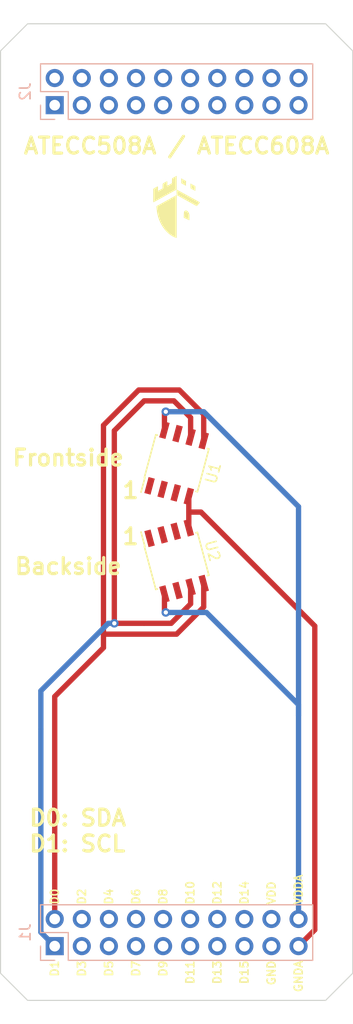
<source format=kicad_pcb>
(kicad_pcb (version 20220427) (generator pcbnew)
  (title_block (title "ATECC508A daughterboard") (date "2019-10-25") (company "LEDGER SAS") (comment 1 "Under LGPL v3 license"))
  (layers (0 "F.Cu" signal) (31 "B.Cu" signal) (34 "B.Paste" user) (35 "F.Paste" user) (36 "B.SilkS" user "B.Silkscreen") (37 "F.SilkS" user "F.Silkscreen") (38 "B.Mask" user) (39 "F.Mask" user) (44 "Edge.Cuts" user))
  (net 0 "")
  (net 1 "GNDA")
  (net 2 "Net-(U1-Pad1)")
  (net 3 "Net-(U1-Pad2)")
  (net 4 "Net-(U1-Pad3)")
  (net 5 "Net-(J1-Pad5)")
  (net 6 "Net-(J1-Pad6)")
  (net 7 "Net-(J1-Pad9)")
  (net 8 "Net-(J1-Pad10)")
  (net 9 "Net-(J1-Pad11)")
  (net 10 "Net-(J1-Pad12)")
  (net 11 "Net-(J1-Pad13)")
  (net 12 "Net-(J1-Pad14)")
  (net 13 "Net-(J1-Pad15)")
  (net 14 "Net-(J1-Pad16)")
  (net 15 "Net-(J1-Pad18)")
  (net 16 "GND")
  (net 17 "Net-(J2-Pad18)")
  (net 18 "Net-(J2-Pad16)")
  (net 19 "Net-(J2-Pad15)")
  (net 20 "Net-(J2-Pad14)")
  (net 21 "Net-(J2-Pad13)")
  (net 22 "Net-(J2-Pad12)")
  (net 23 "Net-(J2-Pad11)")
  (net 24 "Net-(J2-Pad10)")
  (net 25 "Net-(J2-Pad9)")
  (net 26 "Net-(J2-Pad6)")
  (net 27 "Net-(J2-Pad5)")
  (net 28 "Net-(J2-Pad17)")
  (net 29 "Net-(J2-Pad8)")
  (net 30 "Net-(J2-Pad7)")
  (net 31 "Net-(J2-Pad4)")
  (net 32 "Net-(J2-Pad3)")
  (net 33 "Net-(J2-Pad2)")
  (net 34 "Net-(J2-Pad1)")
  (net 35 "Net-(J2-Pad20)")
  (net 36 "Net-(J2-Pad19)")
  (net 37 "VDDA")
  (net 38 "Net-(U2-Pad7)")
  (net 39 "/D1")
  (net 40 "/D0")
  (net 41 "Net-(U2-Pad3)")
  (net 42 "Net-(U2-Pad2)")
  (net 43 "Net-(U2-Pad1)")
  (net 44 "Net-(U1-Pad7)")
  (net 45 "Net-(J1-Pad3)")
  (net 46 "Net-(J1-Pad4)")
  (net 47 "Net-(J1-Pad7)")
  (net 48 "Net-(J1-Pad8)")
  (footprint "mykicadlibs:donjon-2000" (layer "F.Cu") (at 62.23 85.725)
    (fp_text reference "LOGO1" hide)
    (fp_text value "DUNGEON_LOGO" hide)
    (fp_poly (pts (xy 0.439282 -2.661099) (xy 0.470744 -2.644605) (xy 0.517646 -2.619335) (xy 0.576626 -2.587105) (xy 0.644322 -2.549731) (xy 0.666852 -2.537218) (xy 0.75421 -2.4878) (xy 0.81934 -2.449048) (xy 0.862875 -2.420552) (xy 0.885445 -2.401904) (xy 0.888579 -2.393444) (xy 0.884372 -2.376466) (xy 0.88038 -2.3388) (xy 0.876937 -2.285159) (xy 0.874379 -2.220255) (xy 0.873459 -2.180815) (xy 0.86995 -1.982176) (xy 0.4445 -2.215898) (xy 0.4445 -2.408873) (xy 0.443702 -2.478923) (xy 0.441508 -2.542167) (xy 0.438212 -2.593204) (xy 0.434113 -2.626637) (xy 0.432114 -2.634424) (xy 0.425303 -2.657968) (xy 0.42662 -2.667) (xy 0.439282 -2.661099)) (stroke (width 0.01)) (fill solid) (layer "F.SilkS"))
    (fp_poly (pts (xy 0.914236 0.344237) (xy 0.974478 0.371905) (xy 1.033178 0.418017) (xy 1.087583 0.481291) (xy 1.134943 0.560447) (xy 1.136688 0.564) (xy 1.159039 0.614309) (xy 1.175684 0.664025) (xy 1.187193 0.717688) (xy 1.194133 0.77984) (xy 1.197076 0.855022) (xy 1.19659 0.947775) (xy 1.194525 1.02529) (xy 1.18745 1.24413) (xy 0.6708 1.00965) (xy 0.676716 0.762) (xy 0.679784 0.662088) (xy 0.68414 0.583805) (xy 0.690533 0.523388) (xy 0.69971 0.47707) (xy 0.712422 0.441087) (xy 0.729417 0.411674) (xy 0.751444 0.385067) (xy 0.751773 0.384716) (xy 0.800132 0.349361) (xy 0.855204 0.336296) (xy 0.914236 0.344237)) (stroke (width 0.01)) (fill solid) (layer "F.SilkS"))
    (fp_poly (pts (xy 1.314163 -2.17854) (xy 1.344017 -2.162137) (xy 1.38941 -2.13705) (xy 1.447017 -2.105117) (xy 1.513514 -2.068176) (xy 1.529763 -2.059139) (xy 1.754929 -1.933877) (xy 1.753207 -1.719915) (xy 1.752455 -1.649106) (xy 1.751459 -1.5878) (xy 1.750315 -1.540225) (xy 1.74912 -1.510605) (xy 1.748236 -1.502703) (xy 1.73665 -1.507503) (xy 1.706291 -1.522795) (xy 1.660605 -1.546768) (xy 1.603042 -1.577609) (xy 1.537048 -1.613508) (xy 1.529718 -1.617525) (xy 1.31445 -1.735596) (xy 1.3081 -1.960018) (xy 1.30613 -2.032319) (xy 1.30457 -2.094935) (xy 1.303508 -2.143823) (xy 1.303033 -2.174943) (xy 1.303173 -2.18442) (xy 1.314163 -2.17854)) (stroke (width 0.01)) (fill solid) (layer "F.SilkS"))
    (fp_poly (pts (xy 0 0.894903) (xy 0 2.8956) (xy -0.034925 2.895367) (xy -0.062166 2.890507) (xy -0.105083 2.877722) (xy -0.15613 2.859371) (xy -0.1778 2.850727) (xy -0.358814 2.763797) (xy -0.538665 2.652773) (xy -0.71551 2.518949) (xy -0.887504 2.363621) (xy -0.926266 2.324906) (xy -1.112391 2.117539) (xy -1.279996 1.893433) (xy -1.42843 1.653902) (xy -1.557039 1.400262) (xy -1.665169 1.133827) (xy -1.752167 0.855914) (xy -1.817381 0.567836) (xy -1.827553 0.510293) (xy -1.835444 0.45773) (xy -1.8437 0.392725) (xy -1.85195 0.319507) (xy -1.859819 0.242307) (xy -1.866935 0.165353) (xy -1.872926 0.092876) (xy -1.877417 0.029106) (xy -1.880037 -0.021728) (xy -1.880412 -0.055395) (xy -1.878502 -0.067538) (xy -1.866767 -0.074213) (xy -1.834801 -0.092064) (xy -1.784605 -0.119984) (xy -1.71818 -0.156866) (xy -1.637528 -0.201602) (xy -1.544649 -0.253086) (xy -1.441545 -0.31021) (xy -1.330217 -0.371867) (xy -1.212667 -0.43695) (xy -1.090894 -0.504351) (xy -0.966902 -0.572963) (xy -0.842689 -0.64168) (xy -0.720259 -0.709393) (xy -0.601612 -0.774996) (xy -0.488749 -0.837381) (xy -0.383672 -0.895441) (xy -0.288382 -0.948069) (xy -0.204879 -0.994158) (xy -0.135165 -1.0326) (xy -0.081241 -1.062289) (xy -0.045109 -1.082116) (xy -0.02877 -1.090975) (xy -0.028575 -1.091076) (xy -0.000001 -1.105794) (xy 0 0.894903)) (stroke (width 0.01)) (fill solid) (layer "F.SilkS"))
    (fp_poly (pts (xy 0.02577 -1.606927) (xy 0.058501 -1.589693) (xy 0.109714 -1.562228) (xy 0.177538 -1.52556) (xy 0.260097 -1.480717) (xy 0.35552 -1.42873) (xy 0.461933 -1.370626) (xy 0.577463 -1.307435) (xy 0.700237 -1.240185) (xy 0.828381 -1.169906) (xy 0.960023 -1.097625) (xy 1.093289 -1.024373) (xy 1.226306 -0.951178) (xy 1.357202 -0.879068) (xy 1.484102 -0.809073) (xy 1.605134 -0.742222) (xy 1.718424 -0.679543) (xy 1.822099 -0.622065) (xy 1.914287 -0.570817) (xy 1.993114 -0.526828) (xy 2.056707 -0.491127) (xy 2.08915 -0.472759) (xy 2.129821 -0.44804) (xy 2.159448 -0.426991) (xy 2.173081 -0.413236) (xy 2.173328 -0.411113) (xy 2.163354 -0.397256) (xy 2.140233 -0.368959) (xy 2.10728 -0.330006) (xy 2.067814 -0.28418) (xy 2.025151 -0.235263) (xy 1.982609 -0.187039) (xy 1.943504 -0.143292) (xy 1.911153 -0.107805) (xy 1.888875 -0.08436) (xy 1.880106 -0.07668) (xy 1.868218 -0.082779) (xy 1.835772 -0.100326) (xy 1.784401 -0.128416) (xy 1.715744 -0.166147) (xy 1.631434 -0.212615) (xy 1.533109 -0.266918) (xy 1.422405 -0.328152) (xy 1.300956 -0.395414) (xy 1.1704 -0.467801) (xy 1.032371 -0.544409) (xy 0.9398 -0.59583) (xy 0.00635 -1.1145) (xy 0.002906 -1.3637) (xy 0.002133 -1.458996) (xy 0.002828 -1.530238) (xy 0.005047 -1.578733) (xy 0.008844 -1.605787) (xy 0.013394 -1.6129) (xy 0.02577 -1.606927)) (stroke (width 0.01)) (fill solid) (layer "F.SilkS"))
    (fp_poly (pts (xy -0.003057 -2.268833) (xy -0.002598 -2.144146) (xy -0.002532 -2.027225) (xy -0.002833 -1.920516) (xy -0.003478 -1.826467) (xy -0.004443 -1.747524) (xy -0.005702 -1.686135) (xy -0.007234 -1.644747) (xy -0.009012 -1.625806) (xy -0.009407 -1.624916) (xy -0.021845 -1.61754) (xy -0.054681 -1.598963) (xy -0.106052 -1.570213) (xy -0.174092 -1.532317) (xy -0.256937 -1.486304) (xy -0.352724 -1.433201) (xy -0.459588 -1.374036) (xy -0.575665 -1.309837) (xy -0.699091 -1.241632) (xy -0.828001 -1.170448) (xy -0.960532 -1.097314) (xy -1.094818 -1.023257) (xy -1.228997 -0.949305) (xy -1.361203 -0.876486) (xy -1.489572 -0.805827) (xy -1.612241 -0.738358) (xy -1.727345 -0.675104) (xy -1.833019 -0.617095) (xy -1.9274 -0.565358) (xy -2.008624 -0.52092) (xy -2.074825 -0.484811) (xy -2.124141 -0.458057) (xy -2.154706 -0.441686) (xy -2.164444 -0.436741) (xy -2.169006 -0.436902) (xy -2.172823 -0.442532) (xy -2.175959 -0.45565) (xy -2.178481 -0.478273) (xy -2.180453 -0.512418) (xy -2.181941 -0.560103) (xy -2.183009 -0.623344) (xy -2.183724 -0.704159) (xy -2.184151 -0.804566) (xy -2.184354 -0.926581) (xy -2.1844 -1.053319) (xy -2.1844 -1.677555) (xy -2.155825 -1.705942) (xy -2.134545 -1.722182) (xy -2.096795 -1.746386) (xy -2.047346 -1.775922) (xy -1.990969 -1.808158) (xy -1.932435 -1.840461) (xy -1.876514 -1.870199) (xy -1.827978 -1.89474) (xy -1.791596 -1.911451) (xy -1.77214 -1.9177) (xy -1.772041 -1.917701) (xy -1.76476 -1.914598) (xy -1.759519 -1.903012) (xy -1.755999 -1.879525) (xy -1.753884 -1.840721) (xy -1.752857 -1.783181) (xy -1.7526 -1.70815) (xy -1.75215 -1.638412) (xy -1.750902 -1.578504) (xy -1.749015 -1.532611) (xy -1.746645 -1.504919) (xy -1.744729 -1.4986) (xy -1.731652 -1.504436) (xy -1.69991 -1.520686) (xy -1.653059 -1.545468) (xy -1.594659 -1.576898) (xy -1.528266 -1.613092) (xy -1.522827 -1.616075) (xy -1.308797 -1.73355) (xy -1.308449 -1.94345) (xy -1.307787 -2.027181) (xy -1.305933 -2.089043) (xy -1.302607 -2.132548) (xy -1.297527 -2.161211) (xy -1.290414 -2.178545) (xy -1.289577 -2.179795) (xy -1.271763 -2.195661) (xy -1.236939 -2.21936) (xy -1.189671 -2.2484) (xy -1.134523 -2.28029) (xy -1.076059 -2.312539) (xy -1.018844 -2.342656) (xy -0.967443 -2.368149) (xy -0.926421 -2.386528) (xy -0.90034 -2.395301) (xy -0.894534 -2.395395) (xy -0.887483 -2.388258) (xy -0.882436 -2.370838) (xy -0.879098 -2.339737) (xy -0.877176 -2.291557) (xy -0.876374 -2.222899) (xy -0.8763 -2.184799) (xy -0.87574 -2.116169) (xy -0.87419 -2.057477) (xy -0.87185 -2.012954) (xy -0.868917 -1.986833) (xy -0.866775 -1.981727) (xy -0.853198 -1.987825) (xy -0.821117 -2.004478) (xy -0.774142 -2.029745) (xy -0.715881 -2.061683) (xy -0.649945 -2.098351) (xy -0.6477 -2.099608) (xy -0.43815 -2.216963) (xy -0.4318 -2.435219) (xy -0.428988 -2.518102) (xy -0.425811 -2.579168) (xy -0.421866 -2.622001) (xy -0.416752 -2.650184) (xy -0.410067 -2.667301) (xy -0.405028 -2.673857) (xy -0.387438 -2.686628) (xy -0.351705 -2.709046) (xy -0.301998 -2.738619) (xy -0.242485 -2.772853) (xy -0.195478 -2.799224) (xy -0.00635 -2.904209) (xy -0.003057 -2.268833)) (stroke (width 0.01)) (fill solid) (layer "F.SilkS"))
  )
  (footprint "Package_SO:SOIC-8_3.9x4.9mm_P1.27mm" (layer "F.Cu") (at 62.23 109.728 75)
    (fp_text reference "U1" (at -0.000001 3.556 255) (layer "F.SilkS"))
    (fp_text value "ATECC508A")
    (fp_line (start -2.075 -2.575) (end -2.075 -2.525) (stroke (width 0.15)) (layer "F.SilkS"))
    (fp_line (start -2.075 -2.575) (end 2.075 -2.574999) (stroke (width 0.15)) (layer "F.SilkS"))
    (fp_line (start -2.075 -2.525) (end -3.475 -2.525) (stroke (width 0.15)) (layer "F.SilkS"))
    (fp_line (start -2.075 2.574999) (end -2.075 2.43) (stroke (width 0.15)) (layer "F.SilkS"))
    (fp_line (start -2.075 2.574999) (end 2.075 2.575) (stroke (width 0.15)) (layer "F.SilkS"))
    (fp_line (start 2.075 -2.574999) (end 2.075 -2.43) (stroke (width 0.15)) (layer "F.SilkS"))
    (fp_line (start 2.075 2.575) (end 2.075 2.43) (stroke (width 0.15)) (layer "F.SilkS"))
    (pad "1" smd rect locked (at -2.7 -1.905 75) (size 1.55 0.6) (layers "F.Cu" "F.Paste" "F.Mask") (net 2 "Net-(U1-Pad1)"))
    (pad "2" smd rect locked (at -2.7 -0.635 75) (size 1.55 0.6) (layers "F.Cu" "F.Paste" "F.Mask") (net 3 "Net-(U1-Pad2)"))
    (pad "3" smd rect locked (at -2.7 0.635 75) (size 1.55 0.6) (layers "F.Cu" "F.Paste" "F.Mask") (net 4 "Net-(U1-Pad3)"))
    (pad "4" smd rect locked (at -2.7 1.905 75) (size 1.55 0.6) (layers "F.Cu" "F.Paste" "F.Mask") (net 1 "GNDA"))
    (pad "5" smd rect locked (at 2.7 1.905 75) (size 1.55 0.6) (layers "F.Cu" "F.Paste" "F.Mask") (net 40 "/D0"))
    (pad "6" smd rect locked (at 2.7 0.635 75) (size 1.55 0.6) (layers "F.Cu" "F.Paste" "F.Mask") (net 39 "/D1"))
    (pad "7" smd rect locked (at 2.7 -0.635 75) (size 1.55 0.6) (layers "F.Cu" "F.Paste" "F.Mask") (net 44 "Net-(U1-Pad7)"))
    (pad "8" smd rect locked (at 2.7 -1.905 75) (size 1.55 0.6) (layers "F.Cu" "F.Paste" "F.Mask") (net 37 "VDDA"))
  )
  (footprint "mykicadlibs:FLIP-SOIC-8_3.9x4.9mm_P1.27mm" (layer "F.Cu") (at 62.23 118.872 105)
    (fp_text reference "U2" (at 0.048989 3.497349 285) (layer "F.SilkS"))
    (fp_text value "ATECC508A")
    (fp_line (start -2.075 -2.574999) (end -2.075 -2.525) (stroke (width 0.15)) (layer "F.SilkS"))
    (fp_line (start -2.075 -2.574999) (end -2.075 -2.43) (stroke (width 0.15)) (layer "F.SilkS"))
    (fp_line (start -2.075 -2.574999) (end 2.075 -2.575) (stroke (width 0.15)) (layer "F.SilkS"))
    (fp_line (start -2.075 2.575) (end -2.075 2.43) (stroke (width 0.15)) (layer "F.SilkS"))
    (fp_line (start -2.075 2.575) (end 2.075 2.574999) (stroke (width 0.15)) (layer "F.SilkS"))
    (fp_line (start 2.075 -2.525) (end 3.475 -2.525) (stroke (width 0.15)) (layer "F.SilkS"))
    (fp_line (start 2.075 2.574999) (end 2.075 2.43) (stroke (width 0.15)) (layer "F.SilkS"))
    (pad "1" smd rect locked (at 2.7 -1.905 105) (size 1.55 0.6) (layers "F.Cu" "F.Paste" "F.Mask") (net 43 "Net-(U2-Pad1)"))
    (pad "2" smd rect locked (at 2.7 -0.635 105) (size 1.55 0.6) (layers "F.Cu" "F.Paste" "F.Mask") (net 42 "Net-(U2-Pad2)"))
    (pad "3" smd rect locked (at 2.7 0.635 105) (size 1.55 0.6) (layers "F.Cu" "F.Paste" "F.Mask") (net 41 "Net-(U2-Pad3)"))
    (pad "4" smd rect locked (at 2.7 1.905 105) (size 1.55 0.6) (layers "F.Cu" "F.Paste" "F.Mask") (net 1 "GNDA"))
    (pad "5" smd rect locked (at -2.7 1.905 105) (size 1.55 0.6) (layers "F.Cu" "F.Paste" "F.Mask") (net 40 "/D0"))
    (pad "6" smd rect locked (at -2.7 0.635 105) (size 1.55 0.6) (layers "F.Cu" "F.Paste" "F.Mask") (net 39 "/D1"))
    (pad "7" smd rect locked (at -2.7 -0.635 105) (size 1.55 0.6) (layers "F.Cu" "F.Paste" "F.Mask") (net 38 "Net-(U2-Pad7)"))
    (pad "8" smd rect locked (at -2.7 -1.905 105) (size 1.55 0.6) (layers "F.Cu" "F.Paste" "F.Mask") (net 37 "VDDA"))
  )
  (footprint "Connector_PinSocket_2.54mm:PinSocket_2x10_P2.54mm_Vertical" (layer "B.Cu") (at 50.8 154.94 -90)
    (fp_text reference "J1" (at -1.27 2.77 270) (layer "B.SilkS") (effects (justify mirror)))
    (fp_text value "Conn_02x10_Odd_Even")
    (fp_line (start -3.87 -24.19) (end 1.33 -24.19) (stroke (width 0.12)) (layer "B.SilkS"))
    (fp_line (start -3.87 1.33) (end -3.87 -24.19) (stroke (width 0.12)) (layer "B.SilkS"))
    (fp_line (start -3.87 1.33) (end -1.27 1.33) (stroke (width 0.12)) (layer "B.SilkS"))
    (fp_line (start -1.27 -1.27) (end 1.33 -1.27) (stroke (width 0.12)) (layer "B.SilkS"))
    (fp_line (start -1.27 1.33) (end -1.27 -1.27) (stroke (width 0.12)) (layer "B.SilkS"))
    (fp_line (start 0 1.33) (end 1.33 1.33) (stroke (width 0.12)) (layer "B.SilkS"))
    (fp_line (start 1.33 -1.27) (end 1.33 -24.19) (stroke (width 0.12)) (layer "B.SilkS"))
    (fp_line (start 1.33 1.33) (end 1.33 0) (stroke (width 0.12)) (layer "B.SilkS"))
    (pad "1" thru_hole rect locked (at 0 0 270) (size 1.7 1.7) (drill 1) (layers *.Cu *.Mask) (net 39 "/D1"))
    (pad "2" thru_hole oval locked (at -2.54 0 270) (size 1.7 1.7) (drill 1) (layers *.Cu *.Mask) (net 40 "/D0"))
    (pad "3" thru_hole oval locked (at 0 -2.54 270) (size 1.7 1.7) (drill 1) (layers *.Cu *.Mask) (net 45 "Net-(J1-Pad3)"))
    (pad "4" thru_hole oval locked (at -2.54 -2.54 270) (size 1.7 1.7) (drill 1) (layers *.Cu *.Mask) (net 46 "Net-(J1-Pad4)"))
    (pad "5" thru_hole oval locked (at 0 -5.08 270) (size 1.7 1.7) (drill 1) (layers *.Cu *.Mask) (net 5 "Net-(J1-Pad5)"))
    (pad "6" thru_hole oval locked (at -2.54 -5.08 270) (size 1.7 1.7) (drill 1) (layers *.Cu *.Mask) (net 6 "Net-(J1-Pad6)"))
    (pad "7" thru_hole oval locked (at 0 -7.62 270) (size 1.7 1.7) (drill 1) (layers *.Cu *.Mask) (net 47 "Net-(J1-Pad7)"))
    (pad "8" thru_hole oval locked (at -2.54 -7.62 270) (size 1.7 1.7) (drill 1) (layers *.Cu *.Mask) (net 48 "Net-(J1-Pad8)"))
    (pad "9" thru_hole oval locked (at 0 -10.16 270) (size 1.7 1.7) (drill 1) (layers *.Cu *.Mask) (net 7 "Net-(J1-Pad9)"))
    (pad "10" thru_hole oval locked (at -2.54 -10.16 270) (size 1.7 1.7) (drill 1) (layers *.Cu *.Mask) (net 8 "Net-(J1-Pad10)"))
    (pad "11" thru_hole oval locked (at 0 -12.7 270) (size 1.7 1.7) (drill 1) (layers *.Cu *.Mask) (net 9 "Net-(J1-Pad11)"))
    (pad "12" thru_hole oval locked (at -2.54 -12.7 270) (size 1.7 1.7) (drill 1) (layers *.Cu *.Mask) (net 10 "Net-(J1-Pad12)"))
    (pad "13" thru_hole oval locked (at 0 -15.24 270) (size 1.7 1.7) (drill 1) (layers *.Cu *.Mask) (net 11 "Net-(J1-Pad13)"))
    (pad "14" thru_hole oval locked (at -2.54 -15.24 270) (size 1.7 1.7) (drill 1) (layers *.Cu *.Mask) (net 12 "Net-(J1-Pad14)"))
    (pad "15" thru_hole oval locked (at 0 -17.78 270) (size 1.7 1.7) (drill 1) (layers *.Cu *.Mask) (net 13 "Net-(J1-Pad15)"))
    (pad "16" thru_hole oval locked (at -2.54 -17.78 270) (size 1.7 1.7) (drill 1) (layers *.Cu *.Mask) (net 14 "Net-(J1-Pad16)"))
    (pad "17" thru_hole oval locked (at 0 -20.32 270) (size 1.7 1.7) (drill 1) (layers *.Cu *.Mask) (net 16 "GND"))
    (pad "18" thru_hole oval locked (at -2.54 -20.32 270) (size 1.7 1.7) (drill 1) (layers *.Cu *.Mask) (net 15 "Net-(J1-Pad18)"))
    (pad "19" thru_hole oval locked (at 0 -22.86 270) (size 1.7 1.7) (drill 1) (layers *.Cu *.Mask) (net 1 "GNDA"))
    (pad "20" thru_hole oval locked (at -2.54 -22.86 270) (size 1.7 1.7) (drill 1) (layers *.Cu *.Mask) (net 37 "VDDA"))
  )
  (footprint "Connector_PinSocket_2.54mm:PinSocket_2x10_P2.54mm_Vertical" (layer "B.Cu") (at 50.8 76.2 -90)
    (fp_text reference "J2" (at -1.27 2.77 270) (layer "B.SilkS") (effects (justify mirror)))
    (fp_text value "Conn_02x10_Odd_Even")
    (fp_line (start -3.87 -24.19) (end 1.33 -24.19) (stroke (width 0.12)) (layer "B.SilkS"))
    (fp_line (start -3.87 1.33) (end -3.87 -24.19) (stroke (width 0.12)) (layer "B.SilkS"))
    (fp_line (start -3.87 1.33) (end -1.27 1.33) (stroke (width 0.12)) (layer "B.SilkS"))
    (fp_line (start -1.27 -1.27) (end 1.33 -1.27) (stroke (width 0.12)) (layer "B.SilkS"))
    (fp_line (start -1.27 1.33) (end -1.27 -1.27) (stroke (width 0.12)) (layer "B.SilkS"))
    (fp_line (start 0 1.33) (end 1.33 1.33) (stroke (width 0.12)) (layer "B.SilkS"))
    (fp_line (start 1.33 -1.27) (end 1.33 -24.19) (stroke (width 0.12)) (layer "B.SilkS"))
    (fp_line (start 1.33 1.33) (end 1.33 0) (stroke (width 0.12)) (layer "B.SilkS"))
    (pad "1" thru_hole rect locked (at 0 0 270) (size 1.7 1.7) (drill 1) (layers *.Cu *.Mask) (net 34 "Net-(J2-Pad1)"))
    (pad "2" thru_hole oval locked (at -2.54 0 270) (size 1.7 1.7) (drill 1) (layers *.Cu *.Mask) (net 33 "Net-(J2-Pad2)"))
    (pad "3" thru_hole oval locked (at 0 -2.54 270) (size 1.7 1.7) (drill 1) (layers *.Cu *.Mask) (net 32 "Net-(J2-Pad3)"))
    (pad "4" thru_hole oval locked (at -2.54 -2.54 270) (size 1.7 1.7) (drill 1) (layers *.Cu *.Mask) (net 31 "Net-(J2-Pad4)"))
    (pad "5" thru_hole oval locked (at 0 -5.08 270) (size 1.7 1.7) (drill 1) (layers *.Cu *.Mask) (net 27 "Net-(J2-Pad5)"))
    (pad "6" thru_hole oval locked (at -2.54 -5.08 270) (size 1.7 1.7) (drill 1) (layers *.Cu *.Mask) (net 26 "Net-(J2-Pad6)"))
    (pad "7" thru_hole oval locked (at 0 -7.62 270) (size 1.7 1.7) (drill 1) (layers *.Cu *.Mask) (net 30 "Net-(J2-Pad7)"))
    (pad "8" thru_hole oval locked (at -2.54 -7.62 270) (size 1.7 1.7) (drill 1) (layers *.Cu *.Mask) (net 29 "Net-(J2-Pad8)"))
    (pad "9" thru_hole oval locked (at 0 -10.16 270) (size 1.7 1.7) (drill 1) (layers *.Cu *.Mask) (net 25 "Net-(J2-Pad9)"))
    (pad "10" thru_hole oval locked (at -2.54 -10.16 270) (size 1.7 1.7) (drill 1) (layers *.Cu *.Mask) (net 24 "Net-(J2-Pad10)"))
    (pad "11" thru_hole oval locked (at 0 -12.7 270) (size 1.7 1.7) (drill 1) (layers *.Cu *.Mask) (net 23 "Net-(J2-Pad11)"))
    (pad "12" thru_hole oval locked (at -2.54 -12.7 270) (size 1.7 1.7) (drill 1) (layers *.Cu *.Mask) (net 22 "Net-(J2-Pad12)"))
    (pad "13" thru_hole oval locked (at 0 -15.24 270) (size 1.7 1.7) (drill 1) (layers *.Cu *.Mask) (net 21 "Net-(J2-Pad13)"))
    (pad "14" thru_hole oval locked (at -2.54 -15.24 270) (size 1.7 1.7) (drill 1) (layers *.Cu *.Mask) (net 20 "Net-(J2-Pad14)"))
    (pad "15" thru_hole oval locked (at 0 -17.78 270) (size 1.7 1.7) (drill 1) (layers *.Cu *.Mask) (net 19 "Net-(J2-Pad15)"))
    (pad "16" thru_hole oval locked (at -2.54 -17.78 270) (size 1.7 1.7) (drill 1) (layers *.Cu *.Mask) (net 18 "Net-(J2-Pad16)"))
    (pad "17" thru_hole oval locked (at 0 -20.32 270) (size 1.7 1.7) (drill 1) (layers *.Cu *.Mask) (net 28 "Net-(J2-Pad17)"))
    (pad "18" thru_hole oval locked (at -2.54 -20.32 270) (size 1.7 1.7) (drill 1) (layers *.Cu *.Mask) (net 17 "Net-(J2-Pad18)"))
    (pad "19" thru_hole oval locked (at 0 -22.86 270) (size 1.7 1.7) (drill 1) (layers *.Cu *.Mask) (net 36 "Net-(J2-Pad19)"))
    (pad "20" thru_hole oval locked (at -2.54 -22.86 270) (size 1.7 1.7) (drill 1) (layers *.Cu *.Mask) (net 35 "Net-(J2-Pad20)"))
  )
  (gr_line (start 48.26 68.58) (end 76.2 68.58) (stroke (width 0.1)) (layer "Edge.Cuts"))
  (gr_line (start 76.2 68.58) (end 78.74 71.12) (stroke (width 0.1)) (layer "Edge.Cuts"))
  (gr_line (start 48.26 160.02) (end 45.72 157.48) (stroke (width 0.1)) (layer "Edge.Cuts"))
  (gr_line (start 78.74 71.12) (end 78.74 157.48) (stroke (width 0.1)) (layer "Edge.Cuts"))
  (gr_line (start 45.72 157.48) (end 45.72 71.12) (stroke (width 0.1)) (layer "Edge.Cuts"))
  (gr_line (start 78.74 157.48) (end 76.2 160.02) (stroke (width 0.1)) (layer "Edge.Cuts"))
  (gr_line (start 76.2 160.02) (end 48.26 160.02) (stroke (width 0.1)) (layer "Edge.Cuts"))
  (gr_line (start 45.72 71.12) (end 48.26 68.58) (stroke (width 0.1)) (layer "Edge.Cuts"))
  (gr_text "GNDA" (at 73.66 156.21 90) (layer "F.SilkS") (effects (font (size 0.75 0.75)) (justify right)))
  (gr_text "GND" (at 71.12 156.21 90) (layer "F.SilkS") (effects (font (size 0.75 0.75)) (justify right)))
  (gr_text "D15" (at 68.58 156.21 90) (layer "F.SilkS") (effects (font (size 0.75 0.75)) (justify right)))
  (gr_text "D13" (at 66.04 156.21 90) (layer "F.SilkS") (effects (font (size 0.75 0.75)) (justify right)))
  (gr_text "D11" (at 63.5 156.21 90) (layer "F.SilkS") (effects (font (size 0.75 0.75)) (justify right)))
  (gr_text "D9" (at 60.96 156.21 90) (layer "F.SilkS") (effects (font (size 0.75 0.75)) (justify right)))
  (gr_text "D7" (at 58.42 156.21 90) (layer "F.SilkS") (effects (font (size 0.75 0.75)) (justify right)))
  (gr_text "D5" (at 55.88 156.21 90) (layer "F.SilkS") (effects (font (size 0.75 0.75)) (justify right)))
  (gr_text "D3" (at 53.34 156.21 90) (layer "F.SilkS") (effects (font (size 0.75 0.75)) (justify right)))
  (gr_text "D1" (at 50.8 156.21 90) (layer "F.SilkS") (effects (font (size 0.75 0.75)) (justify right)))
  (gr_text "D0" (at 50.8 151.13 90) (layer "F.SilkS") (effects (font (size 0.75 0.75)) (justify left)))
  (gr_text "D2" (at 53.34 151.13 90) (layer "F.SilkS") (effects (font (size 0.75 0.75)) (justify left)))
  (gr_text "D4" (at 55.88 151.13 90) (layer "F.SilkS") (effects (font (size 0.75 0.75)) (justify left)))
  (gr_text "D6" (at 58.42 151.13 90) (layer "F.SilkS") (effects (font (size 0.75 0.75)) (justify left)))
  (gr_text "D8" (at 60.96 151.13 90) (layer "F.SilkS") (effects (font (size 0.75 0.75)) (justify left)))
  (gr_text "D10" (at 63.5 151.13 90) (layer "F.SilkS") (effects (font (size 0.75 0.75)) (justify left)))
  (gr_text "D12" (at 66.04 151.13 90) (layer "F.SilkS") (effects (font (size 0.75 0.75)) (justify left)))
  (gr_text "D14" (at 68.58 151.13 90) (layer "F.SilkS") (effects (font (size 0.75 0.75)) (justify left)))
  (gr_text "VDD" (at 71.12 151.13 90) (layer "F.SilkS") (effects (font (size 0.75 0.75)) (justify left)))
  (gr_text "VDDA" (at 73.66 151.13 90) (layer "F.SilkS") (effects (font (size 0.75 0.75)) (justify left)))
  (gr_text "1" (at 57.912 116.586) (layer "F.SilkS") (effects (font (size 1.5 1.5) (thickness 0.3))))
  (gr_text "D0: SDA\nD1: SCL" (at 48.26 144.145) (layer "F.SilkS") (effects (font (size 1.5 1.5) (thickness 0.3)) (justify left)))
  (gr_text "Frontside" (at 52.07 109.22) (layer "F.SilkS") (effects (font (size 1.5 1.5) (thickness 0.3))))
  (gr_text "Backside" (at 52.07 119.38) (layer "F.SilkS") (effects (font (size 1.5 1.5) (thickness 0.3))))
  (gr_text "ATECC508A / ATECC608A" (at 62.23 80.01) (layer "F.SilkS") (effects (font (size 1.5 1.5) (thickness 0.3))))
  (gr_text "1" (at 57.912 112.268) (layer "F.SilkS") (effects (font (size 1.5 1.5) (thickness 0.3))))
  (segment (start 64.516 114.3) (end 75.184 124.968) (width 0.5) (layer "F.Cu") (net 1))
  (segment (start 63.371277 114.3) (end 64.516 114.3) (width 0.5) (layer "F.Cu") (net 1))
  (segment (start 74.509999 154.090001) (end 73.66 154.94) (width 0.5) (layer "F.Cu") (net 1))
  (segment (start 75.184 124.968) (end 75.184 153.416) (width 0.5) (layer "F.Cu") (net 1))
  (segment (start 63.371277 114.3) (end 63.371277 115.77095) (width 0.5) (layer "F.Cu") (net 1))
  (segment (start 75.184 153.416) (end 74.509999 154.090001) (width 0.5) (layer "F.Cu") (net 1))
  (segment (start 63.371277 112.82905) (end 63.371277 114.3) (width 0.5) (layer "F.Cu") (net 1))
  (segment (start 61.088723 121.97305) (end 61.088723 123.572723) (width 0.5) (layer "F.Cu") (net 37))
  (segment (start 61.088723 106.62695) (end 61.088723 105.027277) (width 0.5) (layer "F.Cu") (net 37))
  (segment (start 61.088723 105.027277) (end 61.214 104.902) (width 0.5) (layer "F.Cu") (net 37))
  (segment (start 61.088723 123.572723) (end 61.214 123.698) (width 0.5) (layer "F.Cu") (net 37))
  (via (at 61.214 104.902) (size 0.8) (drill 0.4) (layers "F.Cu" "B.Cu") (net 37))
  (via (at 61.214 123.698) (size 0.8) (drill 0.4) (layers "F.Cu" "B.Cu") (net 37))
  (segment (start 73.66 132.334) (end 73.66 133.35) (width 0.5) (layer "B.Cu") (net 37))
  (segment (start 73.66 133.35) (end 73.66 152.4) (width 0.5) (layer "B.Cu") (net 37))
  (segment (start 64.77 104.902) (end 73.66 113.792) (width 0.5) (layer "B.Cu") (net 37))
  (segment (start 61.214 123.698) (end 65.024 123.698) (width 0.5) (layer "B.Cu") (net 37))
  (segment (start 65.024 123.698) (end 73.66 132.334) (width 0.5) (layer "B.Cu") (net 37))
  (segment (start 73.66 113.792) (end 73.66 133.35) (width 0.5) (layer "B.Cu") (net 37))
  (segment (start 61.214 104.902) (end 64.77 104.902) (width 0.5) (layer "B.Cu") (net 37))
  (segment (start 63.542174 122.893826) (end 61.722 124.714) (width 0.5) (layer "F.Cu") (net 39))
  (segment (start 56.388 106.68) (end 59.182 103.886) (width 0.5) (layer "F.Cu") (net 39))
  (segment (start 56.388 124.714) (end 56.388 106.68) (width 0.5) (layer "F.Cu") (net 39))
  (segment (start 59.182 124.714) (end 56.388 124.714) (width 0.5) (layer "F.Cu") (net 39))
  (segment (start 59.182 103.886) (end 61.976 103.886) (width 0.5) (layer "F.Cu") (net 39))
  (segment (start 61.722 124.714) (end 59.182 124.714) (width 0.5) (layer "F.Cu") (net 39))
  (segment (start 63.542174 121.31565) (end 63.542174 122.893826) (width 0.5) (layer "F.Cu") (net 39))
  (segment (start 61.976 103.886) (end 63.542174 105.452174) (width 0.5) (layer "F.Cu") (net 39))
  (segment (start 63.542174 105.452174) (end 63.542174 107.28435) (width 0.5) (layer "F.Cu") (net 39))
  (via (at 56.388 124.714) (size 0.8) (drill 0.4) (layers "F.Cu" "B.Cu") (net 39))
  (segment (start 49.499999 153.639999) (end 50.8 154.94) (width 0.5) (layer "B.Cu") (net 39))
  (segment (start 49.499999 131.036316) (end 49.499999 134.62) (width 0.5) (layer "B.Cu") (net 39))
  (segment (start 55.822315 124.714) (end 49.499999 131.036316) (width 0.5) (layer "B.Cu") (net 39))
  (segment (start 56.388 124.714) (end 55.822315 124.714) (width 0.5) (layer "B.Cu") (net 39))
  (segment (start 49.499999 134.62) (end 49.499999 153.639999) (width 0.5) (layer "B.Cu") (net 39))
  (segment (start 58.674 102.87) (end 62.484 102.87) (width 0.5) (layer "F.Cu") (net 40))
  (segment (start 64.7689 120.986949) (end 64.7689 123.1911) (width 0.5) (layer "F.Cu") (net 40))
  (segment (start 55.372 106.172) (end 58.674 102.87) (width 0.5) (layer "F.Cu") (net 40))
  (segment (start 64.7689 123.1911) (end 62.23 125.73) (width 0.5) (layer "F.Cu") (net 40))
  (segment (start 50.8 152.4) (end 50.8 131.572) (width 0.5) (layer "F.Cu") (net 40))
  (segment (start 50.8 131.572) (end 55.372 127) (width 0.5) (layer "F.Cu") (net 40))
  (segment (start 55.372 127) (end 55.372 125.73) (width 0.5) (layer "F.Cu") (net 40))
  (segment (start 62.23 125.73) (end 55.372 125.73) (width 0.5) (layer "F.Cu") (net 40))
  (segment (start 62.484 102.87) (end 64.7689 105.1549) (width 0.5) (layer "F.Cu") (net 40))
  (segment (start 55.372 125.73) (end 55.372 106.172) (width 0.5) (layer "F.Cu") (net 40))
  (segment (start 64.7689 105.1549) (end 64.7689 107.613051) (width 0.5) (layer "F.Cu") (net 40))
)
</source>
